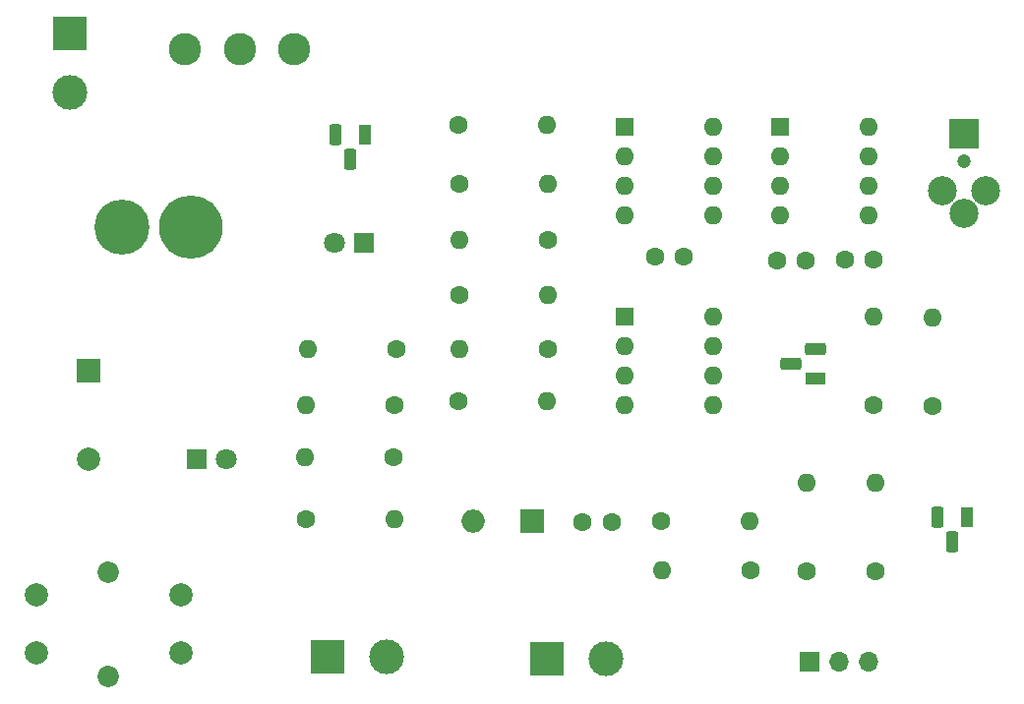
<source format=gbr>
%TF.GenerationSoftware,KiCad,Pcbnew,7.0.6*%
%TF.CreationDate,2023-09-05T08:02:32-07:00*%
%TF.ProjectId,KICAD_lightning_trigger,4b494341-445f-46c6-9967-68746e696e67,rev?*%
%TF.SameCoordinates,Original*%
%TF.FileFunction,Soldermask,Top*%
%TF.FilePolarity,Negative*%
%FSLAX46Y46*%
G04 Gerber Fmt 4.6, Leading zero omitted, Abs format (unit mm)*
G04 Created by KiCad (PCBNEW 7.0.6) date 2023-09-05 08:02:32*
%MOMM*%
%LPD*%
G01*
G04 APERTURE LIST*
G04 Aperture macros list*
%AMRoundRect*
0 Rectangle with rounded corners*
0 $1 Rounding radius*
0 $2 $3 $4 $5 $6 $7 $8 $9 X,Y pos of 4 corners*
0 Add a 4 corners polygon primitive as box body*
4,1,4,$2,$3,$4,$5,$6,$7,$8,$9,$2,$3,0*
0 Add four circle primitives for the rounded corners*
1,1,$1+$1,$2,$3*
1,1,$1+$1,$4,$5*
1,1,$1+$1,$6,$7*
1,1,$1+$1,$8,$9*
0 Add four rect primitives between the rounded corners*
20,1,$1+$1,$2,$3,$4,$5,0*
20,1,$1+$1,$4,$5,$6,$7,0*
20,1,$1+$1,$6,$7,$8,$9,0*
20,1,$1+$1,$8,$9,$2,$3,0*%
G04 Aperture macros list end*
%ADD10C,1.600000*%
%ADD11O,1.600000X1.600000*%
%ADD12R,1.700000X1.700000*%
%ADD13O,1.700000X1.700000*%
%ADD14R,3.000000X3.000000*%
%ADD15C,3.000000*%
%ADD16R,1.600000X1.600000*%
%ADD17R,1.800000X1.800000*%
%ADD18C,1.800000*%
%ADD19C,1.850000*%
%ADD20C,2.000000*%
%ADD21R,2.000000X2.000000*%
%ADD22O,2.000000X2.000000*%
%ADD23C,1.200000*%
%ADD24R,2.550000X2.500000*%
%ADD25C,2.500000*%
%ADD26R,1.100000X1.800000*%
%ADD27RoundRect,0.275000X0.275000X0.625000X-0.275000X0.625000X-0.275000X-0.625000X0.275000X-0.625000X0*%
%ADD28C,5.460000*%
%ADD29C,4.740000*%
%ADD30C,2.775000*%
%ADD31R,1.800000X1.100000*%
%ADD32RoundRect,0.275000X0.625000X-0.275000X0.625000X0.275000X-0.625000X0.275000X-0.625000X-0.275000X0*%
G04 APERTURE END LIST*
D10*
%TO.C,R4*%
X95180000Y-95940000D03*
D11*
X102800000Y-95940000D03*
%TD*%
D10*
%TO.C,R7*%
X112590000Y-130070000D03*
D11*
X120210000Y-130070000D03*
%TD*%
D10*
%TO.C,R9*%
X120260000Y-134280000D03*
D11*
X112640000Y-134280000D03*
%TD*%
D12*
%TO.C,J6*%
X125360000Y-142170000D03*
D13*
X127900000Y-142170000D03*
X130440000Y-142170000D03*
%TD*%
D14*
%TO.C,J1*%
X61720000Y-88080000D03*
D15*
X61720000Y-93160000D03*
%TD*%
D14*
%TO.C,J4*%
X102760000Y-141900000D03*
D15*
X107840000Y-141900000D03*
%TD*%
D16*
%TO.C,U2*%
X109500000Y-96080000D03*
D11*
X109500000Y-98620000D03*
X109500000Y-101160000D03*
X109500000Y-103700000D03*
X117120000Y-103700000D03*
X117120000Y-101160000D03*
X117120000Y-98620000D03*
X117120000Y-96080000D03*
%TD*%
D17*
%TO.C,D1*%
X87065000Y-106060000D03*
D18*
X84525000Y-106060000D03*
%TD*%
D10*
%TO.C,R3*%
X130920000Y-120100000D03*
D11*
X130920000Y-112480000D03*
%TD*%
D10*
%TO.C,R13*%
X102840000Y-105820000D03*
D11*
X95220000Y-105820000D03*
%TD*%
D19*
%TO.C,S2*%
X65050000Y-134430000D03*
X65050000Y-143430000D03*
D20*
X71300000Y-141430000D03*
X58800000Y-141430000D03*
X71300000Y-136430000D03*
X58800000Y-136430000D03*
%TD*%
D21*
%TO.C,D3*%
X101530000Y-130020000D03*
D22*
X96450000Y-130020000D03*
%TD*%
D10*
%TO.C,R1*%
X82020000Y-129880000D03*
D11*
X89640000Y-129880000D03*
%TD*%
D10*
%TO.C,R11*%
X131020000Y-134400000D03*
D11*
X131020000Y-126780000D03*
%TD*%
D10*
%TO.C,R16*%
X95170000Y-119720000D03*
D11*
X102790000Y-119720000D03*
%TD*%
D10*
%TO.C,R12*%
X95260000Y-101020000D03*
D11*
X102880000Y-101020000D03*
%TD*%
D23*
%TO.C,J5*%
X138650000Y-99080000D03*
D24*
X138650000Y-96680000D03*
D25*
X136800000Y-101580000D03*
X140500000Y-101580000D03*
X138650000Y-103580000D03*
%TD*%
D26*
%TO.C,Q2*%
X87090000Y-96800000D03*
D27*
X85820000Y-98870000D03*
X84550000Y-96800000D03*
%TD*%
D10*
%TO.C,R6*%
X89580000Y-124570000D03*
D11*
X81960000Y-124570000D03*
%TD*%
D28*
%TO.C,J2*%
X72160000Y-104770000D03*
D29*
X66160000Y-104770000D03*
%TD*%
D10*
%TO.C,C2*%
X128390000Y-107560000D03*
X130890000Y-107560000D03*
%TD*%
%TO.C,R8*%
X89680000Y-120080000D03*
D11*
X82060000Y-120080000D03*
%TD*%
D30*
%TO.C,S1*%
X71650000Y-89450000D03*
X76350000Y-89450000D03*
X81050000Y-89450000D03*
%TD*%
D17*
%TO.C,D2*%
X72605000Y-124730000D03*
D18*
X75145000Y-124730000D03*
%TD*%
D10*
%TO.C,C3*%
X105840000Y-130120000D03*
X108340000Y-130120000D03*
%TD*%
D21*
%TO.C,BZ1*%
X63300000Y-117120000D03*
D20*
X63300000Y-124720000D03*
%TD*%
D26*
%TO.C,Q1*%
X138900000Y-129720000D03*
D27*
X137630000Y-131790000D03*
X136360000Y-129720000D03*
%TD*%
D10*
%TO.C,R14*%
X95250000Y-110620000D03*
D11*
X102870000Y-110620000D03*
%TD*%
D10*
%TO.C,C1*%
X122550000Y-107580000D03*
X125050000Y-107580000D03*
%TD*%
%TO.C,R10*%
X125130000Y-134350000D03*
D11*
X125130000Y-126730000D03*
%TD*%
D14*
%TO.C,J3*%
X83870000Y-141740000D03*
D15*
X88950000Y-141740000D03*
%TD*%
D16*
%TO.C,U3*%
X109500000Y-112440000D03*
D11*
X109500000Y-114980000D03*
X109500000Y-117520000D03*
X109500000Y-120060000D03*
X117120000Y-120060000D03*
X117120000Y-117520000D03*
X117120000Y-114980000D03*
X117120000Y-112440000D03*
%TD*%
D31*
%TO.C,Q3*%
X125880000Y-117770000D03*
D32*
X123810000Y-116500000D03*
X125880000Y-115230000D03*
%TD*%
D10*
%TO.C,R5*%
X89790000Y-115240000D03*
D11*
X82170000Y-115240000D03*
%TD*%
D16*
%TO.C,U1*%
X122860000Y-96130000D03*
D11*
X122860000Y-98670000D03*
X122860000Y-101210000D03*
X122860000Y-103750000D03*
X130480000Y-103750000D03*
X130480000Y-101210000D03*
X130480000Y-98670000D03*
X130480000Y-96130000D03*
%TD*%
D10*
%TO.C,C4*%
X112050000Y-107300000D03*
X114550000Y-107300000D03*
%TD*%
%TO.C,R15*%
X102890000Y-115260000D03*
D11*
X95270000Y-115260000D03*
%TD*%
D10*
%TO.C,R2*%
X135980000Y-120170000D03*
D11*
X135980000Y-112550000D03*
%TD*%
M02*

</source>
